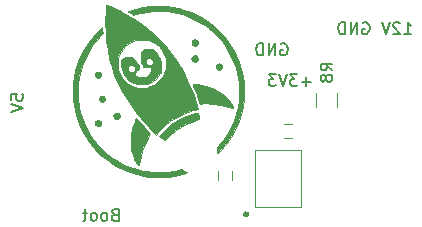
<source format=gbo>
%TF.GenerationSoftware,KiCad,Pcbnew,7.0.5*%
%TF.CreationDate,2023-06-19T14:48:07+02:00*%
%TF.ProjectId,candleLightfd-S01,63616e64-6c65-44c6-9967-687466642d53,R01*%
%TF.SameCoordinates,Original*%
%TF.FileFunction,Legend,Bot*%
%TF.FilePolarity,Positive*%
%FSLAX46Y46*%
G04 Gerber Fmt 4.6, Leading zero omitted, Abs format (unit mm)*
G04 Created by KiCad (PCBNEW 7.0.5) date 2023-06-19 14:48:07*
%MOMM*%
%LPD*%
G01*
G04 APERTURE LIST*
%ADD10C,0.200000*%
%ADD11C,0.150000*%
%ADD12C,0.120000*%
%ADD13C,0.300000*%
%ADD14C,0.010000*%
G04 APERTURE END LIST*
D10*
X127006517Y-124714838D02*
X127101755Y-124667219D01*
X127101755Y-124667219D02*
X127244612Y-124667219D01*
X127244612Y-124667219D02*
X127387469Y-124714838D01*
X127387469Y-124714838D02*
X127482707Y-124810076D01*
X127482707Y-124810076D02*
X127530326Y-124905314D01*
X127530326Y-124905314D02*
X127577945Y-125095790D01*
X127577945Y-125095790D02*
X127577945Y-125238647D01*
X127577945Y-125238647D02*
X127530326Y-125429123D01*
X127530326Y-125429123D02*
X127482707Y-125524361D01*
X127482707Y-125524361D02*
X127387469Y-125619600D01*
X127387469Y-125619600D02*
X127244612Y-125667219D01*
X127244612Y-125667219D02*
X127149374Y-125667219D01*
X127149374Y-125667219D02*
X127006517Y-125619600D01*
X127006517Y-125619600D02*
X126958898Y-125571980D01*
X126958898Y-125571980D02*
X126958898Y-125238647D01*
X126958898Y-125238647D02*
X127149374Y-125238647D01*
X126530326Y-125667219D02*
X126530326Y-124667219D01*
X126530326Y-124667219D02*
X125958898Y-125667219D01*
X125958898Y-125667219D02*
X125958898Y-124667219D01*
X125482707Y-125667219D02*
X125482707Y-124667219D01*
X125482707Y-124667219D02*
X125244612Y-124667219D01*
X125244612Y-124667219D02*
X125101755Y-124714838D01*
X125101755Y-124714838D02*
X125006517Y-124810076D01*
X125006517Y-124810076D02*
X124958898Y-124905314D01*
X124958898Y-124905314D02*
X124911279Y-125095790D01*
X124911279Y-125095790D02*
X124911279Y-125238647D01*
X124911279Y-125238647D02*
X124958898Y-125429123D01*
X124958898Y-125429123D02*
X125006517Y-125524361D01*
X125006517Y-125524361D02*
X125101755Y-125619600D01*
X125101755Y-125619600D02*
X125244612Y-125667219D01*
X125244612Y-125667219D02*
X125482707Y-125667219D01*
D11*
X137439411Y-123869819D02*
X138010839Y-123869819D01*
X137725125Y-123869819D02*
X137725125Y-122869819D01*
X137725125Y-122869819D02*
X137820363Y-123012676D01*
X137820363Y-123012676D02*
X137915601Y-123107914D01*
X137915601Y-123107914D02*
X138010839Y-123155533D01*
X137058458Y-122965057D02*
X137010839Y-122917438D01*
X137010839Y-122917438D02*
X136915601Y-122869819D01*
X136915601Y-122869819D02*
X136677506Y-122869819D01*
X136677506Y-122869819D02*
X136582268Y-122917438D01*
X136582268Y-122917438D02*
X136534649Y-122965057D01*
X136534649Y-122965057D02*
X136487030Y-123060295D01*
X136487030Y-123060295D02*
X136487030Y-123155533D01*
X136487030Y-123155533D02*
X136534649Y-123298390D01*
X136534649Y-123298390D02*
X137106077Y-123869819D01*
X137106077Y-123869819D02*
X136487030Y-123869819D01*
X136201315Y-122869819D02*
X135867982Y-123869819D01*
X135867982Y-123869819D02*
X135534649Y-122869819D01*
X133939411Y-122917438D02*
X134034649Y-122869819D01*
X134034649Y-122869819D02*
X134177506Y-122869819D01*
X134177506Y-122869819D02*
X134320363Y-122917438D01*
X134320363Y-122917438D02*
X134415601Y-123012676D01*
X134415601Y-123012676D02*
X134463220Y-123107914D01*
X134463220Y-123107914D02*
X134510839Y-123298390D01*
X134510839Y-123298390D02*
X134510839Y-123441247D01*
X134510839Y-123441247D02*
X134463220Y-123631723D01*
X134463220Y-123631723D02*
X134415601Y-123726961D01*
X134415601Y-123726961D02*
X134320363Y-123822200D01*
X134320363Y-123822200D02*
X134177506Y-123869819D01*
X134177506Y-123869819D02*
X134082268Y-123869819D01*
X134082268Y-123869819D02*
X133939411Y-123822200D01*
X133939411Y-123822200D02*
X133891792Y-123774580D01*
X133891792Y-123774580D02*
X133891792Y-123441247D01*
X133891792Y-123441247D02*
X134082268Y-123441247D01*
X133463220Y-123869819D02*
X133463220Y-122869819D01*
X133463220Y-122869819D02*
X132891792Y-123869819D01*
X132891792Y-123869819D02*
X132891792Y-122869819D01*
X132415601Y-123869819D02*
X132415601Y-122869819D01*
X132415601Y-122869819D02*
X132177506Y-122869819D01*
X132177506Y-122869819D02*
X132034649Y-122917438D01*
X132034649Y-122917438D02*
X131939411Y-123012676D01*
X131939411Y-123012676D02*
X131891792Y-123107914D01*
X131891792Y-123107914D02*
X131844173Y-123298390D01*
X131844173Y-123298390D02*
X131844173Y-123441247D01*
X131844173Y-123441247D02*
X131891792Y-123631723D01*
X131891792Y-123631723D02*
X131939411Y-123726961D01*
X131939411Y-123726961D02*
X132034649Y-123822200D01*
X132034649Y-123822200D02*
X132177506Y-123869819D01*
X132177506Y-123869819D02*
X132415601Y-123869819D01*
D10*
X129530326Y-127886266D02*
X128768422Y-127886266D01*
X129149374Y-128267219D02*
X129149374Y-127505314D01*
X128387469Y-127267219D02*
X127768422Y-127267219D01*
X127768422Y-127267219D02*
X128101755Y-127648171D01*
X128101755Y-127648171D02*
X127958898Y-127648171D01*
X127958898Y-127648171D02*
X127863660Y-127695790D01*
X127863660Y-127695790D02*
X127816041Y-127743409D01*
X127816041Y-127743409D02*
X127768422Y-127838647D01*
X127768422Y-127838647D02*
X127768422Y-128076742D01*
X127768422Y-128076742D02*
X127816041Y-128171980D01*
X127816041Y-128171980D02*
X127863660Y-128219600D01*
X127863660Y-128219600D02*
X127958898Y-128267219D01*
X127958898Y-128267219D02*
X128244612Y-128267219D01*
X128244612Y-128267219D02*
X128339850Y-128219600D01*
X128339850Y-128219600D02*
X128387469Y-128171980D01*
X127482707Y-127267219D02*
X127149374Y-128267219D01*
X127149374Y-128267219D02*
X126816041Y-127267219D01*
X126577945Y-127267219D02*
X125958898Y-127267219D01*
X125958898Y-127267219D02*
X126292231Y-127648171D01*
X126292231Y-127648171D02*
X126149374Y-127648171D01*
X126149374Y-127648171D02*
X126054136Y-127695790D01*
X126054136Y-127695790D02*
X126006517Y-127743409D01*
X126006517Y-127743409D02*
X125958898Y-127838647D01*
X125958898Y-127838647D02*
X125958898Y-128076742D01*
X125958898Y-128076742D02*
X126006517Y-128171980D01*
X126006517Y-128171980D02*
X126054136Y-128219600D01*
X126054136Y-128219600D02*
X126149374Y-128267219D01*
X126149374Y-128267219D02*
X126435088Y-128267219D01*
X126435088Y-128267219D02*
X126530326Y-128219600D01*
X126530326Y-128219600D02*
X126577945Y-128171980D01*
X104167219Y-129445863D02*
X104167219Y-128969673D01*
X104167219Y-128969673D02*
X104643409Y-128922054D01*
X104643409Y-128922054D02*
X104595790Y-128969673D01*
X104595790Y-128969673D02*
X104548171Y-129064911D01*
X104548171Y-129064911D02*
X104548171Y-129303006D01*
X104548171Y-129303006D02*
X104595790Y-129398244D01*
X104595790Y-129398244D02*
X104643409Y-129445863D01*
X104643409Y-129445863D02*
X104738647Y-129493482D01*
X104738647Y-129493482D02*
X104976742Y-129493482D01*
X104976742Y-129493482D02*
X105071980Y-129445863D01*
X105071980Y-129445863D02*
X105119600Y-129398244D01*
X105119600Y-129398244D02*
X105167219Y-129303006D01*
X105167219Y-129303006D02*
X105167219Y-129064911D01*
X105167219Y-129064911D02*
X105119600Y-128969673D01*
X105119600Y-128969673D02*
X105071980Y-128922054D01*
X104167219Y-129779197D02*
X105167219Y-130112530D01*
X105167219Y-130112530D02*
X104167219Y-130445863D01*
D11*
X112929887Y-139146009D02*
X112787030Y-139193628D01*
X112787030Y-139193628D02*
X112739411Y-139241247D01*
X112739411Y-139241247D02*
X112691792Y-139336485D01*
X112691792Y-139336485D02*
X112691792Y-139479342D01*
X112691792Y-139479342D02*
X112739411Y-139574580D01*
X112739411Y-139574580D02*
X112787030Y-139622200D01*
X112787030Y-139622200D02*
X112882268Y-139669819D01*
X112882268Y-139669819D02*
X113263220Y-139669819D01*
X113263220Y-139669819D02*
X113263220Y-138669819D01*
X113263220Y-138669819D02*
X112929887Y-138669819D01*
X112929887Y-138669819D02*
X112834649Y-138717438D01*
X112834649Y-138717438D02*
X112787030Y-138765057D01*
X112787030Y-138765057D02*
X112739411Y-138860295D01*
X112739411Y-138860295D02*
X112739411Y-138955533D01*
X112739411Y-138955533D02*
X112787030Y-139050771D01*
X112787030Y-139050771D02*
X112834649Y-139098390D01*
X112834649Y-139098390D02*
X112929887Y-139146009D01*
X112929887Y-139146009D02*
X113263220Y-139146009D01*
X112120363Y-139669819D02*
X112215601Y-139622200D01*
X112215601Y-139622200D02*
X112263220Y-139574580D01*
X112263220Y-139574580D02*
X112310839Y-139479342D01*
X112310839Y-139479342D02*
X112310839Y-139193628D01*
X112310839Y-139193628D02*
X112263220Y-139098390D01*
X112263220Y-139098390D02*
X112215601Y-139050771D01*
X112215601Y-139050771D02*
X112120363Y-139003152D01*
X112120363Y-139003152D02*
X111977506Y-139003152D01*
X111977506Y-139003152D02*
X111882268Y-139050771D01*
X111882268Y-139050771D02*
X111834649Y-139098390D01*
X111834649Y-139098390D02*
X111787030Y-139193628D01*
X111787030Y-139193628D02*
X111787030Y-139479342D01*
X111787030Y-139479342D02*
X111834649Y-139574580D01*
X111834649Y-139574580D02*
X111882268Y-139622200D01*
X111882268Y-139622200D02*
X111977506Y-139669819D01*
X111977506Y-139669819D02*
X112120363Y-139669819D01*
X111215601Y-139669819D02*
X111310839Y-139622200D01*
X111310839Y-139622200D02*
X111358458Y-139574580D01*
X111358458Y-139574580D02*
X111406077Y-139479342D01*
X111406077Y-139479342D02*
X111406077Y-139193628D01*
X111406077Y-139193628D02*
X111358458Y-139098390D01*
X111358458Y-139098390D02*
X111310839Y-139050771D01*
X111310839Y-139050771D02*
X111215601Y-139003152D01*
X111215601Y-139003152D02*
X111072744Y-139003152D01*
X111072744Y-139003152D02*
X110977506Y-139050771D01*
X110977506Y-139050771D02*
X110929887Y-139098390D01*
X110929887Y-139098390D02*
X110882268Y-139193628D01*
X110882268Y-139193628D02*
X110882268Y-139479342D01*
X110882268Y-139479342D02*
X110929887Y-139574580D01*
X110929887Y-139574580D02*
X110977506Y-139622200D01*
X110977506Y-139622200D02*
X111072744Y-139669819D01*
X111072744Y-139669819D02*
X111215601Y-139669819D01*
X110596553Y-139003152D02*
X110215601Y-139003152D01*
X110453696Y-138669819D02*
X110453696Y-139526961D01*
X110453696Y-139526961D02*
X110406077Y-139622200D01*
X110406077Y-139622200D02*
X110310839Y-139669819D01*
X110310839Y-139669819D02*
X110215601Y-139669819D01*
%TO.C,R8*%
X131354819Y-126933333D02*
X130878628Y-126600000D01*
X131354819Y-126361905D02*
X130354819Y-126361905D01*
X130354819Y-126361905D02*
X130354819Y-126742857D01*
X130354819Y-126742857D02*
X130402438Y-126838095D01*
X130402438Y-126838095D02*
X130450057Y-126885714D01*
X130450057Y-126885714D02*
X130545295Y-126933333D01*
X130545295Y-126933333D02*
X130688152Y-126933333D01*
X130688152Y-126933333D02*
X130783390Y-126885714D01*
X130783390Y-126885714D02*
X130831009Y-126838095D01*
X130831009Y-126838095D02*
X130878628Y-126742857D01*
X130878628Y-126742857D02*
X130878628Y-126361905D01*
X130783390Y-127504762D02*
X130735771Y-127409524D01*
X130735771Y-127409524D02*
X130688152Y-127361905D01*
X130688152Y-127361905D02*
X130592914Y-127314286D01*
X130592914Y-127314286D02*
X130545295Y-127314286D01*
X130545295Y-127314286D02*
X130450057Y-127361905D01*
X130450057Y-127361905D02*
X130402438Y-127409524D01*
X130402438Y-127409524D02*
X130354819Y-127504762D01*
X130354819Y-127504762D02*
X130354819Y-127695238D01*
X130354819Y-127695238D02*
X130402438Y-127790476D01*
X130402438Y-127790476D02*
X130450057Y-127838095D01*
X130450057Y-127838095D02*
X130545295Y-127885714D01*
X130545295Y-127885714D02*
X130592914Y-127885714D01*
X130592914Y-127885714D02*
X130688152Y-127838095D01*
X130688152Y-127838095D02*
X130735771Y-127790476D01*
X130735771Y-127790476D02*
X130783390Y-127695238D01*
X130783390Y-127695238D02*
X130783390Y-127504762D01*
X130783390Y-127504762D02*
X130831009Y-127409524D01*
X130831009Y-127409524D02*
X130878628Y-127361905D01*
X130878628Y-127361905D02*
X130973866Y-127314286D01*
X130973866Y-127314286D02*
X131164342Y-127314286D01*
X131164342Y-127314286D02*
X131259580Y-127361905D01*
X131259580Y-127361905D02*
X131307200Y-127409524D01*
X131307200Y-127409524D02*
X131354819Y-127504762D01*
X131354819Y-127504762D02*
X131354819Y-127695238D01*
X131354819Y-127695238D02*
X131307200Y-127790476D01*
X131307200Y-127790476D02*
X131259580Y-127838095D01*
X131259580Y-127838095D02*
X131164342Y-127885714D01*
X131164342Y-127885714D02*
X130973866Y-127885714D01*
X130973866Y-127885714D02*
X130878628Y-127838095D01*
X130878628Y-127838095D02*
X130831009Y-127790476D01*
X130831009Y-127790476D02*
X130783390Y-127695238D01*
D12*
%TO.C,U4*%
X124800000Y-133650000D02*
X128700000Y-133650000D01*
X124800000Y-138550000D02*
X124800000Y-133650000D01*
X124800000Y-138550000D02*
X128700000Y-138550000D01*
X128700000Y-138550000D02*
X128700000Y-133650000D01*
D13*
X124191421Y-139100000D02*
G75*
G03*
X124191421Y-139100000I-141421J0D01*
G01*
D12*
%TO.C,C9*%
X127950000Y-131450000D02*
X127250000Y-131450000D01*
X127250000Y-132650000D02*
X127950000Y-132650000D01*
%TO.C,R8*%
X129975000Y-128850000D02*
X129975000Y-130050000D01*
X131725000Y-130050000D02*
X131725000Y-128850000D01*
%TO.C,C11*%
X121700000Y-135500000D02*
X121700000Y-136200000D01*
X122900000Y-136200000D02*
X122900000Y-135500000D01*
%TO.C,NB1*%
D14*
X119811143Y-124332691D02*
X119826204Y-124339535D01*
X119909066Y-124404284D01*
X119958208Y-124492275D01*
X119973524Y-124591340D01*
X119954909Y-124689314D01*
X119902258Y-124774029D01*
X119815466Y-124833321D01*
X119768628Y-124848389D01*
X119663064Y-124852569D01*
X119570603Y-124819136D01*
X119497189Y-124756768D01*
X119448763Y-124674138D01*
X119431266Y-124579925D01*
X119450642Y-124482803D01*
X119512832Y-124391450D01*
X119591278Y-124333518D01*
X119696556Y-124308128D01*
X119811143Y-124332691D01*
G36*
X119811143Y-124332691D02*
G01*
X119826204Y-124339535D01*
X119909066Y-124404284D01*
X119958208Y-124492275D01*
X119973524Y-124591340D01*
X119954909Y-124689314D01*
X119902258Y-124774029D01*
X119815466Y-124833321D01*
X119768628Y-124848389D01*
X119663064Y-124852569D01*
X119570603Y-124819136D01*
X119497189Y-124756768D01*
X119448763Y-124674138D01*
X119431266Y-124579925D01*
X119450642Y-124482803D01*
X119512832Y-124391450D01*
X119591278Y-124333518D01*
X119696556Y-124308128D01*
X119811143Y-124332691D01*
G37*
X113157483Y-130537452D02*
X113250143Y-130583191D01*
X113315836Y-130656967D01*
X113351116Y-130748143D01*
X113352538Y-130846082D01*
X113316655Y-130940146D01*
X113240022Y-131019700D01*
X113233350Y-131024002D01*
X113163763Y-131050382D01*
X113082241Y-131061161D01*
X113073706Y-131060974D01*
X112978742Y-131035773D01*
X112894342Y-130976846D01*
X112833887Y-130896684D01*
X112810761Y-130807778D01*
X112825156Y-130708655D01*
X112878540Y-130612756D01*
X112965694Y-130550407D01*
X113080655Y-130527793D01*
X113157483Y-130537452D01*
G36*
X113157483Y-130537452D02*
G01*
X113250143Y-130583191D01*
X113315836Y-130656967D01*
X113351116Y-130748143D01*
X113352538Y-130846082D01*
X113316655Y-130940146D01*
X113240022Y-131019700D01*
X113233350Y-131024002D01*
X113163763Y-131050382D01*
X113082241Y-131061161D01*
X113073706Y-131060974D01*
X112978742Y-131035773D01*
X112894342Y-130976846D01*
X112833887Y-130896684D01*
X112810761Y-130807778D01*
X112825156Y-130708655D01*
X112878540Y-130612756D01*
X112965694Y-130550407D01*
X113080655Y-130527793D01*
X113157483Y-130537452D01*
G37*
X111937686Y-129096236D02*
X111994142Y-129120315D01*
X112050084Y-129173724D01*
X112100260Y-129253100D01*
X112122198Y-129358154D01*
X112104736Y-129461769D01*
X112050434Y-129551175D01*
X111961854Y-129613603D01*
X111949594Y-129618337D01*
X111849283Y-129629193D01*
X111746679Y-129600204D01*
X111660261Y-129536118D01*
X111623467Y-129486296D01*
X111588847Y-129382306D01*
X111602567Y-129275388D01*
X111664531Y-129173724D01*
X111719638Y-129120913D01*
X111775887Y-129096447D01*
X111857308Y-129090691D01*
X111937686Y-129096236D01*
G36*
X111937686Y-129096236D02*
G01*
X111994142Y-129120315D01*
X112050084Y-129173724D01*
X112100260Y-129253100D01*
X112122198Y-129358154D01*
X112104736Y-129461769D01*
X112050434Y-129551175D01*
X111961854Y-129613603D01*
X111949594Y-129618337D01*
X111849283Y-129629193D01*
X111746679Y-129600204D01*
X111660261Y-129536118D01*
X111623467Y-129486296D01*
X111588847Y-129382306D01*
X111602567Y-129275388D01*
X111664531Y-129173724D01*
X111719638Y-129120913D01*
X111775887Y-129096447D01*
X111857308Y-129090691D01*
X111937686Y-129096236D01*
G37*
X119759829Y-125681488D02*
X119857385Y-125722913D01*
X119931711Y-125799433D01*
X119971713Y-125904931D01*
X119974540Y-125930679D01*
X119958923Y-126037969D01*
X119904740Y-126130635D01*
X119820177Y-126193116D01*
X119796192Y-126203273D01*
X119724283Y-126225372D01*
X119662989Y-126221131D01*
X119586088Y-126190227D01*
X119569395Y-126181187D01*
X119496330Y-126114930D01*
X119442405Y-126025383D01*
X119421467Y-125934095D01*
X119425961Y-125901254D01*
X119462480Y-125821189D01*
X119523904Y-125746915D01*
X119595919Y-125697817D01*
X119650141Y-125681273D01*
X119759829Y-125681488D01*
G36*
X119759829Y-125681488D02*
G01*
X119857385Y-125722913D01*
X119931711Y-125799433D01*
X119971713Y-125904931D01*
X119974540Y-125930679D01*
X119958923Y-126037969D01*
X119904740Y-126130635D01*
X119820177Y-126193116D01*
X119796192Y-126203273D01*
X119724283Y-126225372D01*
X119662989Y-126221131D01*
X119586088Y-126190227D01*
X119569395Y-126181187D01*
X119496330Y-126114930D01*
X119442405Y-126025383D01*
X119421467Y-125934095D01*
X119425961Y-125901254D01*
X119462480Y-125821189D01*
X119523904Y-125746915D01*
X119595919Y-125697817D01*
X119650141Y-125681273D01*
X119759829Y-125681488D01*
G37*
X121870240Y-126385859D02*
X121945034Y-126441830D01*
X121999477Y-126529793D01*
X122017025Y-126629683D01*
X121998107Y-126729444D01*
X121943153Y-126817019D01*
X121852594Y-126880351D01*
X121847969Y-126882324D01*
X121784441Y-126901757D01*
X121739362Y-126903177D01*
X121725662Y-126899192D01*
X121667486Y-126891391D01*
X121657996Y-126889777D01*
X121610811Y-126864097D01*
X121555152Y-126817071D01*
X121512083Y-126762035D01*
X121479464Y-126667815D01*
X121485243Y-126572760D01*
X121523139Y-126485468D01*
X121586868Y-126414534D01*
X121670149Y-126368557D01*
X121766701Y-126356133D01*
X121870240Y-126385859D01*
G36*
X121870240Y-126385859D02*
G01*
X121945034Y-126441830D01*
X121999477Y-126529793D01*
X122017025Y-126629683D01*
X121998107Y-126729444D01*
X121943153Y-126817019D01*
X121852594Y-126880351D01*
X121847969Y-126882324D01*
X121784441Y-126901757D01*
X121739362Y-126903177D01*
X121725662Y-126899192D01*
X121667486Y-126891391D01*
X121657996Y-126889777D01*
X121610811Y-126864097D01*
X121555152Y-126817071D01*
X121512083Y-126762035D01*
X121479464Y-126667815D01*
X121485243Y-126572760D01*
X121523139Y-126485468D01*
X121586868Y-126414534D01*
X121670149Y-126368557D01*
X121766701Y-126356133D01*
X121870240Y-126385859D01*
G37*
X111532110Y-131137825D02*
X111618104Y-131156699D01*
X111697998Y-131211628D01*
X111750809Y-131266735D01*
X111775275Y-131322984D01*
X111781031Y-131404404D01*
X111775486Y-131484783D01*
X111751407Y-131541238D01*
X111697998Y-131597181D01*
X111682977Y-131610131D01*
X111603924Y-131657830D01*
X111514064Y-131671371D01*
X111496019Y-131670984D01*
X111410025Y-131652110D01*
X111330131Y-131597181D01*
X111277319Y-131542074D01*
X111252854Y-131485825D01*
X111247097Y-131404404D01*
X111252642Y-131324026D01*
X111276722Y-131267570D01*
X111330131Y-131211628D01*
X111345151Y-131198678D01*
X111424204Y-131150979D01*
X111514064Y-131137437D01*
X111532110Y-131137825D01*
G36*
X111532110Y-131137825D02*
G01*
X111618104Y-131156699D01*
X111697998Y-131211628D01*
X111750809Y-131266735D01*
X111775275Y-131322984D01*
X111781031Y-131404404D01*
X111775486Y-131484783D01*
X111751407Y-131541238D01*
X111697998Y-131597181D01*
X111682977Y-131610131D01*
X111603924Y-131657830D01*
X111514064Y-131671371D01*
X111496019Y-131670984D01*
X111410025Y-131652110D01*
X111330131Y-131597181D01*
X111277319Y-131542074D01*
X111252854Y-131485825D01*
X111247097Y-131404404D01*
X111252642Y-131324026D01*
X111276722Y-131267570D01*
X111330131Y-131211628D01*
X111345151Y-131198678D01*
X111424204Y-131150979D01*
X111514064Y-131137437D01*
X111532110Y-131137825D01*
G37*
X111532110Y-127044331D02*
X111618104Y-127063205D01*
X111697998Y-127118135D01*
X111750809Y-127173241D01*
X111775275Y-127229491D01*
X111781031Y-127310911D01*
X111775486Y-127391289D01*
X111751407Y-127447745D01*
X111697998Y-127503687D01*
X111682977Y-127516638D01*
X111603924Y-127564336D01*
X111514064Y-127577878D01*
X111496019Y-127577491D01*
X111410025Y-127558617D01*
X111330131Y-127503687D01*
X111277319Y-127448581D01*
X111252854Y-127392331D01*
X111247097Y-127310911D01*
X111252642Y-127230533D01*
X111276722Y-127174077D01*
X111330131Y-127118135D01*
X111345151Y-127105184D01*
X111424204Y-127057486D01*
X111514064Y-127043944D01*
X111532110Y-127044331D01*
G36*
X111532110Y-127044331D02*
G01*
X111618104Y-127063205D01*
X111697998Y-127118135D01*
X111750809Y-127173241D01*
X111775275Y-127229491D01*
X111781031Y-127310911D01*
X111775486Y-127391289D01*
X111751407Y-127447745D01*
X111697998Y-127503687D01*
X111682977Y-127516638D01*
X111603924Y-127564336D01*
X111514064Y-127577878D01*
X111496019Y-127577491D01*
X111410025Y-127558617D01*
X111330131Y-127503687D01*
X111277319Y-127448581D01*
X111252854Y-127392331D01*
X111247097Y-127310911D01*
X111252642Y-127230533D01*
X111276722Y-127174077D01*
X111330131Y-127118135D01*
X111345151Y-127105184D01*
X111424204Y-127057486D01*
X111514064Y-127043944D01*
X111532110Y-127044331D01*
G37*
X119983169Y-130545321D02*
X119990936Y-130562020D01*
X120008046Y-130621160D01*
X120029186Y-130710910D01*
X120051456Y-130819620D01*
X120100098Y-131073874D01*
X120021346Y-131096218D01*
X120008544Y-131099862D01*
X119475903Y-131274438D01*
X118976155Y-131484193D01*
X118510819Y-131728244D01*
X118081416Y-132005705D01*
X117689465Y-132315695D01*
X117336487Y-132657329D01*
X117270467Y-132727389D01*
X117202595Y-132797576D01*
X117153945Y-132845714D01*
X117132117Y-132864115D01*
X117114231Y-132855290D01*
X117065203Y-132820785D01*
X116995987Y-132767854D01*
X116916691Y-132704702D01*
X116837422Y-132639535D01*
X116768288Y-132580559D01*
X116719395Y-132535979D01*
X116700851Y-132514001D01*
X116716243Y-132489339D01*
X116758904Y-132434616D01*
X116822248Y-132358082D01*
X116899686Y-132267893D01*
X117097786Y-132053115D01*
X117473288Y-131703214D01*
X117879098Y-131391994D01*
X118311665Y-131121575D01*
X118767437Y-130894076D01*
X119242864Y-130711616D01*
X119734394Y-130576315D01*
X119787824Y-130565074D01*
X119882105Y-130548818D01*
X119951260Y-130541730D01*
X119983169Y-130545321D01*
G36*
X119983169Y-130545321D02*
G01*
X119990936Y-130562020D01*
X120008046Y-130621160D01*
X120029186Y-130710910D01*
X120051456Y-130819620D01*
X120100098Y-131073874D01*
X120021346Y-131096218D01*
X120008544Y-131099862D01*
X119475903Y-131274438D01*
X118976155Y-131484193D01*
X118510819Y-131728244D01*
X118081416Y-132005705D01*
X117689465Y-132315695D01*
X117336487Y-132657329D01*
X117270467Y-132727389D01*
X117202595Y-132797576D01*
X117153945Y-132845714D01*
X117132117Y-132864115D01*
X117114231Y-132855290D01*
X117065203Y-132820785D01*
X116995987Y-132767854D01*
X116916691Y-132704702D01*
X116837422Y-132639535D01*
X116768288Y-132580559D01*
X116719395Y-132535979D01*
X116700851Y-132514001D01*
X116716243Y-132489339D01*
X116758904Y-132434616D01*
X116822248Y-132358082D01*
X116899686Y-132267893D01*
X117097786Y-132053115D01*
X117473288Y-131703214D01*
X117879098Y-131391994D01*
X118311665Y-131121575D01*
X118767437Y-130894076D01*
X119242864Y-130711616D01*
X119734394Y-130576315D01*
X119787824Y-130565074D01*
X119882105Y-130548818D01*
X119951260Y-130541730D01*
X119983169Y-130545321D01*
G37*
X119668656Y-128094429D02*
X119778399Y-128103642D01*
X119903128Y-128117050D01*
X120033133Y-128133794D01*
X120158709Y-128153012D01*
X120236995Y-128166788D01*
X120694400Y-128274082D01*
X121124459Y-128422073D01*
X121525576Y-128609805D01*
X121896155Y-128836323D01*
X122234600Y-129100671D01*
X122539314Y-129401895D01*
X122808703Y-129739039D01*
X122813078Y-129745227D01*
X122896817Y-129868756D01*
X122949899Y-129960834D01*
X122974845Y-130028159D01*
X122974178Y-130077426D01*
X122950421Y-130115335D01*
X122928520Y-130133347D01*
X122891866Y-130143660D01*
X122836683Y-130134850D01*
X122748943Y-130106290D01*
X122663654Y-130078370D01*
X122521813Y-130037051D01*
X122353902Y-129991947D01*
X122173207Y-129946387D01*
X121993010Y-129903700D01*
X121826595Y-129867213D01*
X121687246Y-129840256D01*
X121392081Y-129796045D01*
X121062422Y-129761746D01*
X120744201Y-129743711D01*
X120455269Y-129743342D01*
X120139228Y-129753864D01*
X120095463Y-129612968D01*
X120059396Y-129502217D01*
X120002886Y-129338930D01*
X119935622Y-129152016D01*
X119862296Y-128954107D01*
X119787597Y-128757837D01*
X119716215Y-128575837D01*
X119652841Y-128420740D01*
X119642955Y-128397192D01*
X119596042Y-128284126D01*
X119557964Y-128190204D01*
X119532411Y-128124644D01*
X119523073Y-128096661D01*
X119532954Y-128092032D01*
X119583605Y-128090272D01*
X119668656Y-128094429D01*
G36*
X119668656Y-128094429D02*
G01*
X119778399Y-128103642D01*
X119903128Y-128117050D01*
X120033133Y-128133794D01*
X120158709Y-128153012D01*
X120236995Y-128166788D01*
X120694400Y-128274082D01*
X121124459Y-128422073D01*
X121525576Y-128609805D01*
X121896155Y-128836323D01*
X122234600Y-129100671D01*
X122539314Y-129401895D01*
X122808703Y-129739039D01*
X122813078Y-129745227D01*
X122896817Y-129868756D01*
X122949899Y-129960834D01*
X122974845Y-130028159D01*
X122974178Y-130077426D01*
X122950421Y-130115335D01*
X122928520Y-130133347D01*
X122891866Y-130143660D01*
X122836683Y-130134850D01*
X122748943Y-130106290D01*
X122663654Y-130078370D01*
X122521813Y-130037051D01*
X122353902Y-129991947D01*
X122173207Y-129946387D01*
X121993010Y-129903700D01*
X121826595Y-129867213D01*
X121687246Y-129840256D01*
X121392081Y-129796045D01*
X121062422Y-129761746D01*
X120744201Y-129743711D01*
X120455269Y-129743342D01*
X120139228Y-129753864D01*
X120095463Y-129612968D01*
X120059396Y-129502217D01*
X120002886Y-129338930D01*
X119935622Y-129152016D01*
X119862296Y-128954107D01*
X119787597Y-128757837D01*
X119716215Y-128575837D01*
X119652841Y-128420740D01*
X119642955Y-128397192D01*
X119596042Y-128284126D01*
X119557964Y-128190204D01*
X119532411Y-128124644D01*
X119523073Y-128096661D01*
X119532954Y-128092032D01*
X119583605Y-128090272D01*
X119668656Y-128094429D01*
G37*
X114828042Y-131063623D02*
X114844077Y-131081884D01*
X114900804Y-131147393D01*
X114978720Y-131238116D01*
X115069702Y-131344583D01*
X115165631Y-131457322D01*
X115174859Y-131468171D01*
X115294325Y-131606017D01*
X115428930Y-131757528D01*
X115562850Y-131905066D01*
X115680261Y-132030993D01*
X115937619Y-132301625D01*
X115847062Y-132450512D01*
X115716901Y-132682152D01*
X115558619Y-133013373D01*
X115411884Y-133375988D01*
X115280642Y-133759221D01*
X115168836Y-134152298D01*
X115080412Y-134544444D01*
X115073664Y-134578719D01*
X115047602Y-134703280D01*
X115023278Y-134808385D01*
X115003157Y-134883845D01*
X114989703Y-134919469D01*
X114954731Y-134944786D01*
X114893139Y-134945693D01*
X114832369Y-134909767D01*
X114814335Y-134887443D01*
X114769966Y-134814814D01*
X114715034Y-134709837D01*
X114654072Y-134582480D01*
X114591616Y-134442714D01*
X114532201Y-134300507D01*
X114480363Y-134165829D01*
X114440636Y-134048649D01*
X114387085Y-133862593D01*
X114342628Y-133673768D01*
X114312724Y-133491364D01*
X114295641Y-133301208D01*
X114289644Y-133089125D01*
X114293002Y-132840941D01*
X114294838Y-132779436D01*
X114304008Y-132570751D01*
X114317318Y-132398343D01*
X114335840Y-132250702D01*
X114360651Y-132116316D01*
X114373316Y-132060288D01*
X114421321Y-131875457D01*
X114481424Y-131672524D01*
X114548154Y-131468490D01*
X114616040Y-131280355D01*
X114679611Y-131125120D01*
X114747725Y-130972962D01*
X114828042Y-131063623D01*
G36*
X114828042Y-131063623D02*
G01*
X114844077Y-131081884D01*
X114900804Y-131147393D01*
X114978720Y-131238116D01*
X115069702Y-131344583D01*
X115165631Y-131457322D01*
X115174859Y-131468171D01*
X115294325Y-131606017D01*
X115428930Y-131757528D01*
X115562850Y-131905066D01*
X115680261Y-132030993D01*
X115937619Y-132301625D01*
X115847062Y-132450512D01*
X115716901Y-132682152D01*
X115558619Y-133013373D01*
X115411884Y-133375988D01*
X115280642Y-133759221D01*
X115168836Y-134152298D01*
X115080412Y-134544444D01*
X115073664Y-134578719D01*
X115047602Y-134703280D01*
X115023278Y-134808385D01*
X115003157Y-134883845D01*
X114989703Y-134919469D01*
X114954731Y-134944786D01*
X114893139Y-134945693D01*
X114832369Y-134909767D01*
X114814335Y-134887443D01*
X114769966Y-134814814D01*
X114715034Y-134709837D01*
X114654072Y-134582480D01*
X114591616Y-134442714D01*
X114532201Y-134300507D01*
X114480363Y-134165829D01*
X114440636Y-134048649D01*
X114387085Y-133862593D01*
X114342628Y-133673768D01*
X114312724Y-133491364D01*
X114295641Y-133301208D01*
X114289644Y-133089125D01*
X114293002Y-132840941D01*
X114294838Y-132779436D01*
X114304008Y-132570751D01*
X114317318Y-132398343D01*
X114335840Y-132250702D01*
X114360651Y-132116316D01*
X114373316Y-132060288D01*
X114421321Y-131875457D01*
X114481424Y-131672524D01*
X114548154Y-131468490D01*
X114616040Y-131280355D01*
X114679611Y-131125120D01*
X114747725Y-130972962D01*
X114828042Y-131063623D01*
G37*
X111850701Y-123292660D02*
X111860570Y-123345287D01*
X111870552Y-123430578D01*
X111879210Y-123537844D01*
X111896043Y-123794707D01*
X111694189Y-124007952D01*
X111406923Y-124330394D01*
X111047085Y-124798393D01*
X110730558Y-125291095D01*
X110458404Y-125806202D01*
X110231679Y-126341413D01*
X110051445Y-126894429D01*
X109918759Y-127462950D01*
X109834682Y-128044677D01*
X109826881Y-128141186D01*
X109818705Y-128321670D01*
X109814985Y-128530542D01*
X109815472Y-128756493D01*
X109819917Y-128988214D01*
X109828070Y-129214395D01*
X109839680Y-129423726D01*
X109854498Y-129604897D01*
X109872274Y-129746599D01*
X109924110Y-130036597D01*
X110027476Y-130488303D01*
X110156675Y-130916532D01*
X110316453Y-131336254D01*
X110511557Y-131762438D01*
X110782734Y-132258777D01*
X111102227Y-132741997D01*
X111459831Y-133194428D01*
X111852994Y-133613960D01*
X112279165Y-133998482D01*
X112735791Y-134345884D01*
X113220321Y-134654055D01*
X113730202Y-134920886D01*
X114262883Y-135144264D01*
X114815811Y-135322081D01*
X114948016Y-135357265D01*
X115311938Y-135441042D01*
X115665626Y-135501019D01*
X116023621Y-135538892D01*
X116400460Y-135556361D01*
X116810683Y-135555123D01*
X116950650Y-135551153D01*
X117241528Y-135536795D01*
X117503322Y-135513582D01*
X117750923Y-135479636D01*
X117999221Y-135433079D01*
X118263105Y-135372035D01*
X118592226Y-135290049D01*
X118818946Y-135436667D01*
X119045665Y-135583285D01*
X118756792Y-135675107D01*
X118622589Y-135715543D01*
X118281066Y-135802387D01*
X117911012Y-135876762D01*
X117527548Y-135935836D01*
X117145796Y-135976776D01*
X117053429Y-135983286D01*
X116750480Y-135992522D01*
X116420121Y-135987001D01*
X116078032Y-135967514D01*
X115739896Y-135934851D01*
X115421394Y-135889804D01*
X115075374Y-135822916D01*
X114501807Y-135672251D01*
X113947810Y-135476734D01*
X113415422Y-135238447D01*
X112906682Y-134959470D01*
X112423629Y-134641883D01*
X111968301Y-134287767D01*
X111542737Y-133899203D01*
X111148976Y-133478272D01*
X110789056Y-133027053D01*
X110465017Y-132547628D01*
X110178897Y-132042078D01*
X109932735Y-131512482D01*
X109728569Y-130960923D01*
X109568439Y-130389479D01*
X109454384Y-129800232D01*
X109448833Y-129762260D01*
X109418004Y-129491351D01*
X109396599Y-129190512D01*
X109384989Y-128875644D01*
X109383543Y-128562652D01*
X109392632Y-128267439D01*
X109412626Y-128005907D01*
X109473175Y-127560817D01*
X109597741Y-126962188D01*
X109769779Y-126381752D01*
X109989186Y-125819769D01*
X110255856Y-125276501D01*
X110569683Y-124752207D01*
X110930564Y-124247147D01*
X110978846Y-124187573D01*
X111057915Y-124095433D01*
X111153626Y-123987797D01*
X111260364Y-123870600D01*
X111372514Y-123749776D01*
X111484462Y-123631259D01*
X111590594Y-123520983D01*
X111685295Y-123424884D01*
X111762950Y-123348894D01*
X111817945Y-123298948D01*
X111844666Y-123280981D01*
X111850701Y-123292660D01*
G36*
X111850701Y-123292660D02*
G01*
X111860570Y-123345287D01*
X111870552Y-123430578D01*
X111879210Y-123537844D01*
X111896043Y-123794707D01*
X111694189Y-124007952D01*
X111406923Y-124330394D01*
X111047085Y-124798393D01*
X110730558Y-125291095D01*
X110458404Y-125806202D01*
X110231679Y-126341413D01*
X110051445Y-126894429D01*
X109918759Y-127462950D01*
X109834682Y-128044677D01*
X109826881Y-128141186D01*
X109818705Y-128321670D01*
X109814985Y-128530542D01*
X109815472Y-128756493D01*
X109819917Y-128988214D01*
X109828070Y-129214395D01*
X109839680Y-129423726D01*
X109854498Y-129604897D01*
X109872274Y-129746599D01*
X109924110Y-130036597D01*
X110027476Y-130488303D01*
X110156675Y-130916532D01*
X110316453Y-131336254D01*
X110511557Y-131762438D01*
X110782734Y-132258777D01*
X111102227Y-132741997D01*
X111459831Y-133194428D01*
X111852994Y-133613960D01*
X112279165Y-133998482D01*
X112735791Y-134345884D01*
X113220321Y-134654055D01*
X113730202Y-134920886D01*
X114262883Y-135144264D01*
X114815811Y-135322081D01*
X114948016Y-135357265D01*
X115311938Y-135441042D01*
X115665626Y-135501019D01*
X116023621Y-135538892D01*
X116400460Y-135556361D01*
X116810683Y-135555123D01*
X116950650Y-135551153D01*
X117241528Y-135536795D01*
X117503322Y-135513582D01*
X117750923Y-135479636D01*
X117999221Y-135433079D01*
X118263105Y-135372035D01*
X118592226Y-135290049D01*
X118818946Y-135436667D01*
X119045665Y-135583285D01*
X118756792Y-135675107D01*
X118622589Y-135715543D01*
X118281066Y-135802387D01*
X117911012Y-135876762D01*
X117527548Y-135935836D01*
X117145796Y-135976776D01*
X117053429Y-135983286D01*
X116750480Y-135992522D01*
X116420121Y-135987001D01*
X116078032Y-135967514D01*
X115739896Y-135934851D01*
X115421394Y-135889804D01*
X115075374Y-135822916D01*
X114501807Y-135672251D01*
X113947810Y-135476734D01*
X113415422Y-135238447D01*
X112906682Y-134959470D01*
X112423629Y-134641883D01*
X111968301Y-134287767D01*
X111542737Y-133899203D01*
X111148976Y-133478272D01*
X110789056Y-133027053D01*
X110465017Y-132547628D01*
X110178897Y-132042078D01*
X109932735Y-131512482D01*
X109728569Y-130960923D01*
X109568439Y-130389479D01*
X109454384Y-129800232D01*
X109448833Y-129762260D01*
X109418004Y-129491351D01*
X109396599Y-129190512D01*
X109384989Y-128875644D01*
X109383543Y-128562652D01*
X109392632Y-128267439D01*
X109412626Y-128005907D01*
X109473175Y-127560817D01*
X109597741Y-126962188D01*
X109769779Y-126381752D01*
X109989186Y-125819769D01*
X110255856Y-125276501D01*
X110569683Y-124752207D01*
X110930564Y-124247147D01*
X110978846Y-124187573D01*
X111057915Y-124095433D01*
X111153626Y-123987797D01*
X111260364Y-123870600D01*
X111372514Y-123749776D01*
X111484462Y-123631259D01*
X111590594Y-123520983D01*
X111685295Y-123424884D01*
X111762950Y-123348894D01*
X111817945Y-123298948D01*
X111844666Y-123280981D01*
X111850701Y-123292660D01*
G37*
X116695798Y-121490093D02*
X116991872Y-121493770D01*
X117250095Y-121503177D01*
X117481689Y-121519554D01*
X117697876Y-121544141D01*
X117909878Y-121578176D01*
X118128918Y-121622900D01*
X118366216Y-121679553D01*
X118783448Y-121797060D01*
X119357755Y-122002380D01*
X119906810Y-122251837D01*
X120430597Y-122545422D01*
X120929100Y-122883127D01*
X121402303Y-123264942D01*
X121850192Y-123690858D01*
X121857289Y-123698172D01*
X122262937Y-124152673D01*
X122625752Y-124634100D01*
X122944978Y-125140834D01*
X123219857Y-125671253D01*
X123449635Y-126223739D01*
X123633555Y-126796672D01*
X123770861Y-127388431D01*
X123860795Y-127997397D01*
X123881669Y-128268379D01*
X123891205Y-128574998D01*
X123889492Y-128898065D01*
X123876900Y-129221008D01*
X123853799Y-129527254D01*
X123820559Y-129800232D01*
X123779696Y-130042038D01*
X123643878Y-130635811D01*
X123460878Y-131211721D01*
X123231644Y-131767850D01*
X122957120Y-132302279D01*
X122638251Y-132813090D01*
X122275983Y-133298362D01*
X121871263Y-133756178D01*
X121868280Y-133759287D01*
X121765110Y-133866670D01*
X121692241Y-133937181D01*
X121643748Y-133969516D01*
X121613708Y-133962372D01*
X121596197Y-133914446D01*
X121585290Y-133824436D01*
X121575063Y-133691039D01*
X121559424Y-133485982D01*
X121738336Y-133284232D01*
X121796894Y-133217355D01*
X122163627Y-132755272D01*
X122487769Y-132267562D01*
X122768083Y-131756969D01*
X123003329Y-131226242D01*
X123192270Y-130678126D01*
X123333666Y-130115367D01*
X123426280Y-129540714D01*
X123439273Y-129407054D01*
X123453443Y-129173489D01*
X123461097Y-128914773D01*
X123462233Y-128646024D01*
X123456849Y-128382356D01*
X123444942Y-128138887D01*
X123426511Y-127930732D01*
X123388492Y-127654685D01*
X123272117Y-127081614D01*
X123107372Y-126522287D01*
X122895216Y-125979010D01*
X122636609Y-125454087D01*
X122332514Y-124949825D01*
X121983889Y-124468527D01*
X121927369Y-124399009D01*
X121781803Y-124231898D01*
X121612915Y-124050410D01*
X121431571Y-123865480D01*
X121248638Y-123688043D01*
X121074983Y-123529036D01*
X120921472Y-123399394D01*
X120915927Y-123394984D01*
X120439392Y-123048223D01*
X119937503Y-122744236D01*
X119413528Y-122484478D01*
X118870740Y-122270404D01*
X118312408Y-122103467D01*
X117741804Y-121985124D01*
X117344542Y-121933342D01*
X116792840Y-121900902D01*
X116235238Y-121911506D01*
X115680870Y-121964540D01*
X115138870Y-122059388D01*
X114618375Y-122195435D01*
X114506369Y-122230016D01*
X114281965Y-122100794D01*
X114215342Y-122061624D01*
X114133814Y-122011029D01*
X114077936Y-121972937D01*
X114057084Y-121953489D01*
X114057155Y-121952912D01*
X114082730Y-121936652D01*
X114148694Y-121909915D01*
X114246810Y-121875265D01*
X114368843Y-121835263D01*
X114506558Y-121792472D01*
X114651717Y-121749456D01*
X114796086Y-121708777D01*
X114931429Y-121672997D01*
X115049509Y-121644679D01*
X115190219Y-121614120D01*
X115390786Y-121574273D01*
X115575503Y-121543586D01*
X115755474Y-121520984D01*
X115941805Y-121505394D01*
X116145600Y-121495743D01*
X116377963Y-121490957D01*
X116650000Y-121489964D01*
X116695798Y-121490093D01*
G36*
X116695798Y-121490093D02*
G01*
X116991872Y-121493770D01*
X117250095Y-121503177D01*
X117481689Y-121519554D01*
X117697876Y-121544141D01*
X117909878Y-121578176D01*
X118128918Y-121622900D01*
X118366216Y-121679553D01*
X118783448Y-121797060D01*
X119357755Y-122002380D01*
X119906810Y-122251837D01*
X120430597Y-122545422D01*
X120929100Y-122883127D01*
X121402303Y-123264942D01*
X121850192Y-123690858D01*
X121857289Y-123698172D01*
X122262937Y-124152673D01*
X122625752Y-124634100D01*
X122944978Y-125140834D01*
X123219857Y-125671253D01*
X123449635Y-126223739D01*
X123633555Y-126796672D01*
X123770861Y-127388431D01*
X123860795Y-127997397D01*
X123881669Y-128268379D01*
X123891205Y-128574998D01*
X123889492Y-128898065D01*
X123876900Y-129221008D01*
X123853799Y-129527254D01*
X123820559Y-129800232D01*
X123779696Y-130042038D01*
X123643878Y-130635811D01*
X123460878Y-131211721D01*
X123231644Y-131767850D01*
X122957120Y-132302279D01*
X122638251Y-132813090D01*
X122275983Y-133298362D01*
X121871263Y-133756178D01*
X121868280Y-133759287D01*
X121765110Y-133866670D01*
X121692241Y-133937181D01*
X121643748Y-133969516D01*
X121613708Y-133962372D01*
X121596197Y-133914446D01*
X121585290Y-133824436D01*
X121575063Y-133691039D01*
X121559424Y-133485982D01*
X121738336Y-133284232D01*
X121796894Y-133217355D01*
X122163627Y-132755272D01*
X122487769Y-132267562D01*
X122768083Y-131756969D01*
X123003329Y-131226242D01*
X123192270Y-130678126D01*
X123333666Y-130115367D01*
X123426280Y-129540714D01*
X123439273Y-129407054D01*
X123453443Y-129173489D01*
X123461097Y-128914773D01*
X123462233Y-128646024D01*
X123456849Y-128382356D01*
X123444942Y-128138887D01*
X123426511Y-127930732D01*
X123388492Y-127654685D01*
X123272117Y-127081614D01*
X123107372Y-126522287D01*
X122895216Y-125979010D01*
X122636609Y-125454087D01*
X122332514Y-124949825D01*
X121983889Y-124468527D01*
X121927369Y-124399009D01*
X121781803Y-124231898D01*
X121612915Y-124050410D01*
X121431571Y-123865480D01*
X121248638Y-123688043D01*
X121074983Y-123529036D01*
X120921472Y-123399394D01*
X120915927Y-123394984D01*
X120439392Y-123048223D01*
X119937503Y-122744236D01*
X119413528Y-122484478D01*
X118870740Y-122270404D01*
X118312408Y-122103467D01*
X117741804Y-121985124D01*
X117344542Y-121933342D01*
X116792840Y-121900902D01*
X116235238Y-121911506D01*
X115680870Y-121964540D01*
X115138870Y-122059388D01*
X114618375Y-122195435D01*
X114506369Y-122230016D01*
X114281965Y-122100794D01*
X114215342Y-122061624D01*
X114133814Y-122011029D01*
X114077936Y-121972937D01*
X114057084Y-121953489D01*
X114057155Y-121952912D01*
X114082730Y-121936652D01*
X114148694Y-121909915D01*
X114246810Y-121875265D01*
X114368843Y-121835263D01*
X114506558Y-121792472D01*
X114651717Y-121749456D01*
X114796086Y-121708777D01*
X114931429Y-121672997D01*
X115049509Y-121644679D01*
X115190219Y-121614120D01*
X115390786Y-121574273D01*
X115575503Y-121543586D01*
X115755474Y-121520984D01*
X115941805Y-121505394D01*
X116145600Y-121495743D01*
X116377963Y-121490957D01*
X116650000Y-121489964D01*
X116695798Y-121490093D01*
G37*
X116827754Y-126262151D02*
X116837304Y-126375515D01*
X116842214Y-126522723D01*
X116846446Y-126639202D01*
X116854550Y-126755272D01*
X116865113Y-126846943D01*
X116876919Y-126900988D01*
X116880227Y-126909830D01*
X116889475Y-126951719D01*
X116883737Y-126998265D01*
X116859789Y-127062742D01*
X116814409Y-127158421D01*
X116789405Y-127207026D01*
X116630621Y-127451522D01*
X116433873Y-127666542D01*
X116205040Y-127847297D01*
X115949999Y-127988998D01*
X115674629Y-128086858D01*
X115642676Y-128094720D01*
X115437393Y-128126763D01*
X115211622Y-128136177D01*
X114986713Y-128122957D01*
X114784015Y-128087098D01*
X114575145Y-128018945D01*
X114320832Y-127891982D01*
X114092311Y-127727074D01*
X113893153Y-127529257D01*
X113726927Y-127303569D01*
X113597202Y-127055045D01*
X113514407Y-126809101D01*
X114033651Y-126809101D01*
X114054457Y-126910550D01*
X114108999Y-126997679D01*
X114197319Y-127058660D01*
X114262443Y-127081111D01*
X114387909Y-127092339D01*
X114499608Y-127054783D01*
X114598971Y-126968120D01*
X114650395Y-126883391D01*
X114668998Y-126782778D01*
X114649310Y-126686746D01*
X114597693Y-126602376D01*
X114520508Y-126536748D01*
X114424119Y-126496945D01*
X114314886Y-126490046D01*
X114199172Y-126523134D01*
X114173245Y-126537107D01*
X114093086Y-126610552D01*
X114046541Y-126705159D01*
X114033651Y-126809101D01*
X113514407Y-126809101D01*
X113507547Y-126788723D01*
X113461534Y-126509638D01*
X113462730Y-126222827D01*
X113464760Y-126200778D01*
X113476073Y-126109621D01*
X113493560Y-126048539D01*
X113524347Y-126000104D01*
X113575560Y-125946888D01*
X113682260Y-125866836D01*
X113836054Y-125802789D01*
X114004306Y-125777512D01*
X114175218Y-125792514D01*
X114336993Y-125849310D01*
X114463166Y-125929340D01*
X114613618Y-126062951D01*
X114754106Y-126227140D01*
X114875559Y-126411078D01*
X114968908Y-126603933D01*
X115020910Y-126735994D01*
X114974126Y-126782778D01*
X114860083Y-126896821D01*
X114839111Y-126918174D01*
X114739653Y-127031169D01*
X114660943Y-127140388D01*
X114609174Y-127236346D01*
X114590541Y-127309557D01*
X114592866Y-127320365D01*
X114630140Y-127358302D01*
X114705572Y-127398127D01*
X114809677Y-127437024D01*
X114932972Y-127472178D01*
X115065973Y-127500773D01*
X115199196Y-127519994D01*
X115323158Y-127527027D01*
X115367683Y-127526415D01*
X115490394Y-127513659D01*
X115589295Y-127478650D01*
X115680333Y-127413866D01*
X115779453Y-127311787D01*
X115826699Y-127252765D01*
X115899363Y-127142082D01*
X115961519Y-127024799D01*
X116005552Y-126915912D01*
X116023849Y-126830416D01*
X116022958Y-126804328D01*
X116005575Y-126758981D01*
X115962088Y-126723849D01*
X115886311Y-126696258D01*
X115772057Y-126673537D01*
X115613140Y-126653014D01*
X115343991Y-126623186D01*
X115285334Y-126509391D01*
X115283609Y-126506035D01*
X115192722Y-126290158D01*
X115177094Y-126228676D01*
X115538416Y-126228676D01*
X115563601Y-126326996D01*
X115632111Y-126420186D01*
X115695247Y-126466482D01*
X115809010Y-126504383D01*
X115929072Y-126500703D01*
X116039790Y-126454139D01*
X116054232Y-126443772D01*
X116133392Y-126356174D01*
X116171849Y-126252147D01*
X116169541Y-126143334D01*
X116126407Y-126041382D01*
X116042386Y-125957936D01*
X115956036Y-125915312D01*
X115849182Y-125900302D01*
X115749106Y-125921338D01*
X115661901Y-125971555D01*
X115593657Y-126044093D01*
X115550465Y-126132087D01*
X115538416Y-126228676D01*
X115177094Y-126228676D01*
X115137030Y-126071066D01*
X115116645Y-125856634D01*
X115131679Y-125654737D01*
X115182243Y-125473249D01*
X115268450Y-125320046D01*
X115343921Y-125243173D01*
X115475159Y-125164196D01*
X115629848Y-125115358D01*
X115796585Y-125098670D01*
X115963964Y-125116143D01*
X116120581Y-125169788D01*
X116241570Y-125242988D01*
X116399798Y-125383069D01*
X116543309Y-125562570D01*
X116667203Y-125775087D01*
X116766580Y-126014214D01*
X116784638Y-126069105D01*
X116811039Y-126165668D01*
X116826021Y-126252147D01*
X116827754Y-126262151D01*
G36*
X116827754Y-126262151D02*
G01*
X116837304Y-126375515D01*
X116842214Y-126522723D01*
X116846446Y-126639202D01*
X116854550Y-126755272D01*
X116865113Y-126846943D01*
X116876919Y-126900988D01*
X116880227Y-126909830D01*
X116889475Y-126951719D01*
X116883737Y-126998265D01*
X116859789Y-127062742D01*
X116814409Y-127158421D01*
X116789405Y-127207026D01*
X116630621Y-127451522D01*
X116433873Y-127666542D01*
X116205040Y-127847297D01*
X115949999Y-127988998D01*
X115674629Y-128086858D01*
X115642676Y-128094720D01*
X115437393Y-128126763D01*
X115211622Y-128136177D01*
X114986713Y-128122957D01*
X114784015Y-128087098D01*
X114575145Y-128018945D01*
X114320832Y-127891982D01*
X114092311Y-127727074D01*
X113893153Y-127529257D01*
X113726927Y-127303569D01*
X113597202Y-127055045D01*
X113514407Y-126809101D01*
X114033651Y-126809101D01*
X114054457Y-126910550D01*
X114108999Y-126997679D01*
X114197319Y-127058660D01*
X114262443Y-127081111D01*
X114387909Y-127092339D01*
X114499608Y-127054783D01*
X114598971Y-126968120D01*
X114650395Y-126883391D01*
X114668998Y-126782778D01*
X114649310Y-126686746D01*
X114597693Y-126602376D01*
X114520508Y-126536748D01*
X114424119Y-126496945D01*
X114314886Y-126490046D01*
X114199172Y-126523134D01*
X114173245Y-126537107D01*
X114093086Y-126610552D01*
X114046541Y-126705159D01*
X114033651Y-126809101D01*
X113514407Y-126809101D01*
X113507547Y-126788723D01*
X113461534Y-126509638D01*
X113462730Y-126222827D01*
X113464760Y-126200778D01*
X113476073Y-126109621D01*
X113493560Y-126048539D01*
X113524347Y-126000104D01*
X113575560Y-125946888D01*
X113682260Y-125866836D01*
X113836054Y-125802789D01*
X114004306Y-125777512D01*
X114175218Y-125792514D01*
X114336993Y-125849310D01*
X114463166Y-125929340D01*
X114613618Y-126062951D01*
X114754106Y-126227140D01*
X114875559Y-126411078D01*
X114968908Y-126603933D01*
X115020910Y-126735994D01*
X114974126Y-126782778D01*
X114860083Y-126896821D01*
X114839111Y-126918174D01*
X114739653Y-127031169D01*
X114660943Y-127140388D01*
X114609174Y-127236346D01*
X114590541Y-127309557D01*
X114592866Y-127320365D01*
X114630140Y-127358302D01*
X114705572Y-127398127D01*
X114809677Y-127437024D01*
X114932972Y-127472178D01*
X115065973Y-127500773D01*
X115199196Y-127519994D01*
X115323158Y-127527027D01*
X115367683Y-127526415D01*
X115490394Y-127513659D01*
X115589295Y-127478650D01*
X115680333Y-127413866D01*
X115779453Y-127311787D01*
X115826699Y-127252765D01*
X115899363Y-127142082D01*
X115961519Y-127024799D01*
X116005552Y-126915912D01*
X116023849Y-126830416D01*
X116022958Y-126804328D01*
X116005575Y-126758981D01*
X115962088Y-126723849D01*
X115886311Y-126696258D01*
X115772057Y-126673537D01*
X115613140Y-126653014D01*
X115343991Y-126623186D01*
X115285334Y-126509391D01*
X115283609Y-126506035D01*
X115192722Y-126290158D01*
X115177094Y-126228676D01*
X115538416Y-126228676D01*
X115563601Y-126326996D01*
X115632111Y-126420186D01*
X115695247Y-126466482D01*
X115809010Y-126504383D01*
X115929072Y-126500703D01*
X116039790Y-126454139D01*
X116054232Y-126443772D01*
X116133392Y-126356174D01*
X116171849Y-126252147D01*
X116169541Y-126143334D01*
X116126407Y-126041382D01*
X116042386Y-125957936D01*
X115956036Y-125915312D01*
X115849182Y-125900302D01*
X115749106Y-125921338D01*
X115661901Y-125971555D01*
X115593657Y-126044093D01*
X115550465Y-126132087D01*
X115538416Y-126228676D01*
X115177094Y-126228676D01*
X115137030Y-126071066D01*
X115116645Y-125856634D01*
X115131679Y-125654737D01*
X115182243Y-125473249D01*
X115268450Y-125320046D01*
X115343921Y-125243173D01*
X115475159Y-125164196D01*
X115629848Y-125115358D01*
X115796585Y-125098670D01*
X115963964Y-125116143D01*
X116120581Y-125169788D01*
X116241570Y-125242988D01*
X116399798Y-125383069D01*
X116543309Y-125562570D01*
X116667203Y-125775087D01*
X116766580Y-126014214D01*
X116784638Y-126069105D01*
X116811039Y-126165668D01*
X116826021Y-126252147D01*
X116827754Y-126262151D01*
G37*
X118415491Y-126544123D02*
X118502810Y-126698417D01*
X118844951Y-127339746D01*
X119161001Y-127992349D01*
X119445135Y-128643726D01*
X119691525Y-129281381D01*
X119718966Y-129360285D01*
X119757053Y-129475035D01*
X119799305Y-129606334D01*
X119842871Y-129744912D01*
X119884905Y-129881499D01*
X119922556Y-130006823D01*
X119952976Y-130111617D01*
X119973318Y-130186608D01*
X119980731Y-130222528D01*
X119961074Y-130235060D01*
X119903702Y-130252753D01*
X119821822Y-130270783D01*
X119535405Y-130334970D01*
X119143376Y-130452529D01*
X118747296Y-130602661D01*
X118361085Y-130779957D01*
X117998662Y-130979010D01*
X117853388Y-131070782D01*
X117577436Y-131266374D01*
X117300869Y-131487510D01*
X117035858Y-131723659D01*
X116794573Y-131964285D01*
X116589185Y-132198856D01*
X116441019Y-132383097D01*
X116257776Y-132211569D01*
X116080961Y-132041380D01*
X115729344Y-131677076D01*
X115371303Y-131273778D01*
X115011934Y-130837990D01*
X114656333Y-130376214D01*
X114309594Y-129894955D01*
X113976814Y-129400716D01*
X113663088Y-128900000D01*
X113497024Y-128613240D01*
X113181491Y-127993896D01*
X112907306Y-127345616D01*
X112674645Y-126669089D01*
X112559092Y-126243043D01*
X113175610Y-126243043D01*
X113177740Y-126523003D01*
X113224631Y-126823716D01*
X113314629Y-127115714D01*
X113444439Y-127392076D01*
X113610768Y-127645882D01*
X113810319Y-127870211D01*
X114039797Y-128058142D01*
X114107700Y-128101581D01*
X114259506Y-128184565D01*
X114429023Y-128263671D01*
X114596726Y-128330103D01*
X114743093Y-128375062D01*
X114837760Y-128394260D01*
X115011180Y-128416727D01*
X115195609Y-128428478D01*
X115371068Y-128428465D01*
X115517579Y-128415643D01*
X115630832Y-128394829D01*
X115937319Y-128305561D01*
X116223453Y-128173476D01*
X116484527Y-128002001D01*
X116715835Y-127794561D01*
X116912671Y-127554580D01*
X117070328Y-127285485D01*
X117133787Y-127148710D01*
X117192297Y-127001404D01*
X117232033Y-126863642D01*
X117256243Y-126720408D01*
X117268175Y-126556685D01*
X117271078Y-126357457D01*
X117271075Y-126356269D01*
X117269983Y-126207418D01*
X117266321Y-126095662D01*
X117258268Y-126007348D01*
X117244000Y-125928818D01*
X117221695Y-125846419D01*
X117189530Y-125746494D01*
X117173265Y-125699364D01*
X117040550Y-125399974D01*
X116868015Y-125130437D01*
X116658030Y-124893493D01*
X116412966Y-124691881D01*
X116135194Y-124528340D01*
X115995702Y-124464221D01*
X115839335Y-124406407D01*
X115682835Y-124367497D01*
X115509456Y-124343510D01*
X115302453Y-124330468D01*
X115108579Y-124329275D01*
X114851374Y-124352831D01*
X114611228Y-124408883D01*
X114373011Y-124500195D01*
X114333615Y-124518600D01*
X114066136Y-124674635D01*
X113826631Y-124869571D01*
X113618724Y-125098130D01*
X113446043Y-125355034D01*
X113312213Y-125635006D01*
X113220860Y-125932768D01*
X113175610Y-126243043D01*
X112559092Y-126243043D01*
X112483682Y-125965004D01*
X112334591Y-125234053D01*
X112227548Y-124476923D01*
X112162726Y-123694304D01*
X112140301Y-122886887D01*
X112141038Y-122689216D01*
X112144570Y-122451227D01*
X112150698Y-122224515D01*
X112159100Y-122014732D01*
X112169455Y-121827533D01*
X112181439Y-121668571D01*
X112194732Y-121543498D01*
X112209011Y-121457969D01*
X112223955Y-121417636D01*
X112249333Y-121416195D01*
X112316074Y-121434366D01*
X112417532Y-121471475D01*
X112548175Y-121524951D01*
X112702474Y-121592226D01*
X112874897Y-121670729D01*
X113059914Y-121757891D01*
X113251994Y-121851143D01*
X113445607Y-121947915D01*
X113635221Y-122045637D01*
X113815306Y-122141740D01*
X113980331Y-122233654D01*
X114177052Y-122347901D01*
X114738321Y-122696480D01*
X115261779Y-123058388D01*
X115757122Y-123440975D01*
X116234045Y-123851593D01*
X116702240Y-124297592D01*
X116886800Y-124484924D01*
X117185689Y-124805248D01*
X117455832Y-125120162D01*
X117705556Y-125440587D01*
X117943189Y-125777442D01*
X118177058Y-126141648D01*
X118304907Y-126357457D01*
X118415491Y-126544123D01*
G36*
X118415491Y-126544123D02*
G01*
X118502810Y-126698417D01*
X118844951Y-127339746D01*
X119161001Y-127992349D01*
X119445135Y-128643726D01*
X119691525Y-129281381D01*
X119718966Y-129360285D01*
X119757053Y-129475035D01*
X119799305Y-129606334D01*
X119842871Y-129744912D01*
X119884905Y-129881499D01*
X119922556Y-130006823D01*
X119952976Y-130111617D01*
X119973318Y-130186608D01*
X119980731Y-130222528D01*
X119961074Y-130235060D01*
X119903702Y-130252753D01*
X119821822Y-130270783D01*
X119535405Y-130334970D01*
X119143376Y-130452529D01*
X118747296Y-130602661D01*
X118361085Y-130779957D01*
X117998662Y-130979010D01*
X117853388Y-131070782D01*
X117577436Y-131266374D01*
X117300869Y-131487510D01*
X117035858Y-131723659D01*
X116794573Y-131964285D01*
X116589185Y-132198856D01*
X116441019Y-132383097D01*
X116257776Y-132211569D01*
X116080961Y-132041380D01*
X115729344Y-131677076D01*
X115371303Y-131273778D01*
X115011934Y-130837990D01*
X114656333Y-130376214D01*
X114309594Y-129894955D01*
X113976814Y-129400716D01*
X113663088Y-128900000D01*
X113497024Y-128613240D01*
X113181491Y-127993896D01*
X112907306Y-127345616D01*
X112674645Y-126669089D01*
X112559092Y-126243043D01*
X113175610Y-126243043D01*
X113177740Y-126523003D01*
X113224631Y-126823716D01*
X113314629Y-127115714D01*
X113444439Y-127392076D01*
X113610768Y-127645882D01*
X113810319Y-127870211D01*
X114039797Y-128058142D01*
X114107700Y-128101581D01*
X114259506Y-128184565D01*
X114429023Y-128263671D01*
X114596726Y-128330103D01*
X114743093Y-128375062D01*
X114837760Y-128394260D01*
X115011180Y-128416727D01*
X115195609Y-128428478D01*
X115371068Y-128428465D01*
X115517579Y-128415643D01*
X115630832Y-128394829D01*
X115937319Y-128305561D01*
X116223453Y-128173476D01*
X116484527Y-128002001D01*
X116715835Y-127794561D01*
X116912671Y-127554580D01*
X117070328Y-127285485D01*
X117133787Y-127148710D01*
X117192297Y-127001404D01*
X117232033Y-126863642D01*
X117256243Y-126720408D01*
X117268175Y-126556685D01*
X117271078Y-126357457D01*
X117271075Y-126356269D01*
X117269983Y-126207418D01*
X117266321Y-126095662D01*
X117258268Y-126007348D01*
X117244000Y-125928818D01*
X117221695Y-125846419D01*
X117189530Y-125746494D01*
X117173265Y-125699364D01*
X117040550Y-125399974D01*
X116868015Y-125130437D01*
X116658030Y-124893493D01*
X116412966Y-124691881D01*
X116135194Y-124528340D01*
X115995702Y-124464221D01*
X115839335Y-124406407D01*
X115682835Y-124367497D01*
X115509456Y-124343510D01*
X115302453Y-124330468D01*
X115108579Y-124329275D01*
X114851374Y-124352831D01*
X114611228Y-124408883D01*
X114373011Y-124500195D01*
X114333615Y-124518600D01*
X114066136Y-124674635D01*
X113826631Y-124869571D01*
X113618724Y-125098130D01*
X113446043Y-125355034D01*
X113312213Y-125635006D01*
X113220860Y-125932768D01*
X113175610Y-126243043D01*
X112559092Y-126243043D01*
X112483682Y-125965004D01*
X112334591Y-125234053D01*
X112227548Y-124476923D01*
X112162726Y-123694304D01*
X112140301Y-122886887D01*
X112141038Y-122689216D01*
X112144570Y-122451227D01*
X112150698Y-122224515D01*
X112159100Y-122014732D01*
X112169455Y-121827533D01*
X112181439Y-121668571D01*
X112194732Y-121543498D01*
X112209011Y-121457969D01*
X112223955Y-121417636D01*
X112249333Y-121416195D01*
X112316074Y-121434366D01*
X112417532Y-121471475D01*
X112548175Y-121524951D01*
X112702474Y-121592226D01*
X112874897Y-121670729D01*
X113059914Y-121757891D01*
X113251994Y-121851143D01*
X113445607Y-121947915D01*
X113635221Y-122045637D01*
X113815306Y-122141740D01*
X113980331Y-122233654D01*
X114177052Y-122347901D01*
X114738321Y-122696480D01*
X115261779Y-123058388D01*
X115757122Y-123440975D01*
X116234045Y-123851593D01*
X116702240Y-124297592D01*
X116886800Y-124484924D01*
X117185689Y-124805248D01*
X117455832Y-125120162D01*
X117705556Y-125440587D01*
X117943189Y-125777442D01*
X118177058Y-126141648D01*
X118304907Y-126357457D01*
X118415491Y-126544123D01*
G37*
%TD*%
M02*

</source>
